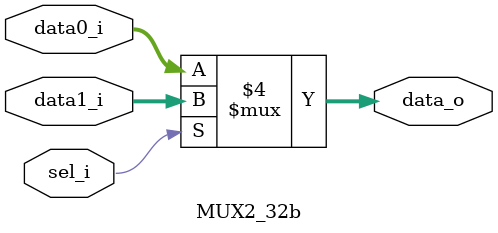
<source format=v>

module SingleCycle_MIPS( 
    clk,
    rst_n,
    IR_addr,
    IR,
    RF_writedata,
    ReadDataMem,
    CEN,
    WEN,
    A,
    ReadData2,
    OEN
);

//==== in/out declaration =================================
    //-------- processor ----------------------------------
    input         clk, rst_n;
    input  [31:0] IR;
    output [31:0] IR_addr, RF_writedata;
    //-------- data memory --------------------------------
    input  [31:0] ReadDataMem;  // read_data from memory
    output        CEN;  // chip_enable, 0 when you read/write data from/to memory
    output        WEN;  // write_enable, 0 when you write data into SRAM & 1 when you read data from SRAM
    output  [6:0] A;  // address
    output [31:0] ReadData2;  // write_data to memory
    output        OEN;  // output_enable, 0

//==== reg/wire declaration ===============================

	//the wire for PC
	wire [31:0] PC_i;
	wire [31:0] PC_nxt;
	wire [31:0] PC_o;
	wire [31:0] PC_add4;
	wire [31:0] jump_addr;
	//the wire for control
	wire		RegDst;
	wire		Jump;
	wire		Branch;
	wire		MemRead;
	wire		MemToReg;
	wire [ 1:0]	ALUOp;
	wire		MemWrite;
	wire		ALUSrc;
	wire		RegWrite;
	wire		jal;
	wire		jr;
	//the wire for register
	wire [ 4:0] pre_Reg_W;
	wire [ 4:0] Reg_R1;
	wire [ 4:0] Reg_R2;
	wire [ 4:0] Reg_W;	
	wire [31:0] WriteData;
	wire [31:0] ReadData1;
	// wire [31:0] ReadData2; already is an output
	wire [31:0] IR_extend;
	//the wire for ALU
	wire [ 2:0] ALUctrl;
	wire [31:0] ALUin1;
	wire [31:0] ALUin2;
	wire [31:0] ALUresult;
	wire        ALUzero;
	
	wire [31:0] BranchAddr;
	wire [31:0] MUX_Branch_o;
	wire [31:0] MUX_Jump_o;
	wire [31:0] MUX_MemToReg_o;
	
//==== module connection ==================================

	assign PC_i = PC_nxt ;

	PC PC (
	.PC_i(PC_i),
	.PC_o(IR_addr),
	.clk(clk),
	.rst_n(rst_n)
	);
	
	Control Control (
	.opcode_i(IR[31:26]),
	.func_i(IR[5:0]),
	.RegDst_o(RegDst),
	.Jump_o(Jump),
	.Branch_o(Branch),
	.MemRead_o(MemRead),
	.MemToReg_o(MemToReg),
	.ALUOp_o(ALUOp),
	.MemWrite_o(MemWrite),
	.ALUSrc_o(ALUSrc),
	.RegWrite_o(RegWrite),
	.jal_o(jal),
	.jr_o(jr)
	);
	
	MUX2_5b MUX_RegDST (
	.data0_i(IR[20:16]),
	.data1_i(IR[15:11]),
	.sel_i(RegDst),
	.data_o(pre_Reg_W)
	);
	
	MUX2_5b MUX_jal0 (
	.data0_i(pre_Reg_W),
	.data1_i(5'd31),
	.sel_i(jal),
	.data_o(Reg_W)
	);
	
	assign Reg_R1 = IR[25:21] ;
	assign Reg_R2 = IR[20:16] ;
	Register Register (
	.Reg_R1_i(Reg_R1),
	.Reg_R2_i(Reg_R2),
	.Reg_W_i(Reg_W),
	.RegWrite_i(RegWrite),
	.WriteData_i(WriteData),
	.ReadData1_o(ReadData1),
	.ReadData2_o(ReadData2),
	.clk(clk),
	.rst_n(rst_n)
	);
	
	assign RF_writedata = WriteData ;
	
	Sign_Extend Sign_Extend (
	.data_i(IR[15:0]),
	.data_o(IR_extend)
	);
	
	MUX2_32b MUX_Src (
	.data0_i(ReadData2),
	.data1_i(IR_extend),
	.sel_i(ALUSrc),
	.data_o(ALUin2)
	);
	
	ALU_Control ALU_Control (
	.func_i(IR[3:0]),
	.ALUOp_i(ALUOp),
	.ALUctrl_o(ALUctrl)
	);
	
	assign ALUin1 = ReadData1 ;
	
	ALU ALU (
	.ALUin1_i(ALUin1),
	.ALUin2_i(ALUin2),
	.ALUctrl_i(ALUctrl),
	.ALUresult_o(ALUresult),
	.ALUzero_o(ALUzero)
	);
	
	assign A = ALUresult[8:2] ;
	
	//adder for PC+4
	Adder Adder0 (
	.data0_i(IR_addr),
	.data1_i(32'b100),
	.data_o(PC_add4)
	);
	
	assign jump_addr = {PC_add4[31:28],IR[25:0],2'b00} ;
	
	Adder Adder1 (
	.data0_i(PC_add4),
	.data1_i({IR_extend[29:0],2'b00}),
	.data_o(BranchAddr)
	);	

	MUX2_32b MUX_Branch (
	.data0_i(PC_add4),
	.data1_i(BranchAddr),
	.sel_i((Branch & ALUzero)),
	.data_o(MUX_Branch_o)
	);	

	MUX2_32b MUX_Jump (
	.data0_i(MUX_Branch_o),
	.data1_i(jump_addr),
	.sel_i(Jump),
	.data_o(MUX_Jump_o)
	);		
	
	MUX2_32b MUX_jr (
	.data0_i(MUX_Jump_o),
	.data1_i(ReadData1),
	.sel_i(jr),
	.data_o(PC_nxt)
	);	
	 
	MUX2_32b MUX_MemToReg (
	.data0_i(ALUresult),
	.data1_i(ReadDataMem),
	.sel_i(MemToReg),
	.data_o(MUX_MemToReg_o)
	);	
	
	MUX2_32b MUX_jal1 (
	.data0_i(MUX_MemToReg_o),
	.data1_i(PC_add4),
	.sel_i(jal),
	.data_o(WriteData)
	);	
	
	assign CEN = ~(MemWrite | MemRead) ;
	assign WEN = ~MemWrite | MemRead ;
	assign OEN = 0 ;

//==== combinational part =================================


//==== sequential part ====================================


//=========================================================
endmodule

// Control
module Control (
	opcode_i,
	func_i,	
	RegDst_o,
	Jump_o,
	Branch_o,
	MemRead_o,
	MemToReg_o,
	ALUOp_o,
	MemWrite_o,
	ALUSrc_o,
	RegWrite_o,
	jal_o,
	jr_o
);

	input  [5:0] opcode_i;
	input  [5:0] func_i;
	output 	     RegDst_o;
	output 		 Jump_o;
	output		 Branch_o;
	output		 MemRead_o;
	output		 MemToReg_o;
	output [1:0] ALUOp_o;
	output		 MemWrite_o;
	output 		 ALUSrc_o;
	output 		 RegWrite_o;
	output		 jal_o;
	output		 jr_o;
	
	wire r,lw,sw,beq,jump,jal,jr;
	
	assign r    = ( opcode_i == 6'b000000 ) ? 1'b1 : 1'b0 ;
	assign lw   = ( opcode_i == 6'b100011 ) ? 1'b1 : 1'b0 ;
	assign sw   = ( opcode_i == 6'b101011 ) ? 1'b1 : 1'b0 ;
	assign beq  = ( opcode_i == 6'b000100 ) ? 1'b1 : 1'b0 ;
	assign jump = ( opcode_i == 6'b000010 ) ? 1'b1 : 1'b0 ;
	assign jal  = ( opcode_i == 6'b000011 ) ? 1'b1 : 1'b0 ;
	assign jr   = ( (opcode_i == 6'b000000) && (func_i == 6'b001000) ) ? 1'b1 : 1'b0 ;
	
	assign RegDst_o   = r ;
	assign Jump_o 	  = jump | jal ;
	assign Branch_o   = beq ;
    assign MemRead_o  = lw ;
	assign MemToReg_o = lw ;
	assign ALUOp_o	  = { r , beq } ;
	assign MemWrite_o = sw ;
	assign ALUSrc_o   = lw | sw ;
	assign RegWrite_o = r | lw | jal ;
	assign jal_o 	  = jal ;
	assign jr_o	      = jr ;	

endmodule

// Register
module Register (
	Reg_R1_i,
	Reg_R2_i,
	Reg_W_i,
	RegWrite_i,
	WriteData_i,
	ReadData1_o,
	ReadData2_o,
	clk,
	rst_n
);

	input		  clk; // this clk is for writing data into reg
	input 	      rst_n;
	input		  RegWrite_i;
	input  [ 4:0] Reg_R1_i;
	input  [ 4:0] Reg_R2_i;
	input  [ 4:0] Reg_W_i;
	input  [31:0] WriteData_i;
	output [31:0] ReadData1_o;
	output [31:0] ReadData2_o;
	
	reg [31:0] register [0:31] ; //32 32bits registers
	integer i ; // use for 'for' loop
	
	assign ReadData1_o = register[Reg_R1_i] ;
	assign ReadData2_o = register[Reg_R2_i] ;
	
	//Writing data 
	always @(posedge clk or negedge rst_n) begin
	
		if (~rst_n) begin
			for ( i = 0 ; i < 32 ; i = i + 1) begin
				register[i] <= 32'b0 ;
			end	
		end 
		
		else 
		if (RegWrite_i) begin // avoid latch
			for ( i = 0 ; i < 32 ; i = i + 1) begin
				if ( i ==  Reg_W_i)
					register[Reg_W_i] <= WriteData_i ;
				else
					register[i] <= register[i] ;
			end			
			
		end
			
		else begin
			for ( i = 0 ; i < 32 ; i = i + 1)
				register[i] <= register[i] ;
		end	
		
	end	

endmodule

//Program Counter
module PC (
	PC_i,
	PC_o,
	clk,
	rst_n
);

	input		  	  clk;
	input			  rst_n;	
	input  	   [31:0] PC_i;
	output reg [31:0] PC_o;
	
	always @ (posedge clk or negedge rst_n) begin
		if(~rst_n)
			PC_o <= 32'b0 ;
		else
			PC_o <= PC_i;	
	end
	
endmodule

// ALU
module ALU (
	ALUin1_i,
	ALUin2_i,
	ALUctrl_i,
	ALUresult_o,
	ALUzero_o
);

	input signed [31:0] ALUin1_i;
	input signed [31:0] ALUin2_i;
	input 		 [ 2:0] ALUctrl_i;
	
	output reg signed [31:0] ALUresult_o;
	output 		  			 ALUzero_o;
	
	assign ALUzero_o = (ALUin1_i == ALUin2_i) ? 1'b1 : 1'b0 ;
	
	always @(*) begin
		case(ALUctrl_i)
			3'b000 : ALUresult_o = ALUin1_i & ALUin2_i ; //AND
			3'b001 : ALUresult_o = ALUin1_i | ALUin2_i ; //OR
			3'b010 : ALUresult_o = ALUin1_i + ALUin2_i ; //add
			3'b110 : ALUresult_o = ALUin1_i - ALUin2_i ; //subtract
			3'b111 : ALUresult_o = (ALUin1_i < ALUin2_i) ? 32'b1 : 32'b0 ; //set on less than
			default : ALUresult_o = 32'b0;
		endcase
	end 

endmodule

//ALU Control for ALU
module ALU_Control (
	func_i,
	ALUOp_i,
	ALUctrl_o
);

	input  [3:0] func_i;
	input  [1:0] ALUOp_i;	
	output [2:0] ALUctrl_o;
	
	assign ALUctrl_o =
	( ALUOp_i == 2'b10 ) ? //op-code for r-type
		(	( func_i == 4'b0000) ? 3'b010 : //add
			( func_i == 4'b0010) ? 3'b110 : //sub
			( func_i == 4'b0100) ? 3'b000 : //and
			( func_i == 4'b0101) ? 3'b001 : //or
			( func_i == 4'b1010) ? 3'b111 : 3'b000 // slt and deault=0
		) :
	( ALUOp_i == 2'b01 ) ? 3'b110 : //op-code for branch
	( ALUOp_i == 2'b00 ) ? 3'b010 : 3'b000; //op-code for lw sw

endmodule

// Adder
module Adder (
	data0_i,
	data1_i,
	data_o
);

	input  [31:0] data0_i;
	input  [31:0] data1_i;
	output [31:0] data_o;
	
	assign data_o = data0_i + data1_i ;
	
endmodule

// extend 16-bits to 32-bits
module Sign_Extend (
	data_i,
	data_o
);

	input  [15:0] data_i;
	output [31:0] data_o;
	
	assign data_o = { {16{data_i[15]}} , data_i } ;
	
endmodule

// 2-to-1 MUX for  whose input is 5-bits
module MUX2_5b (
	data0_i,
	data1_i,
	sel_i,
	data_o
);

	input  [4:0] data0_i;
	input  [4:0] data1_i;
	input		 sel_i;	
	output [4:0] data_o;
	
	assign data_o = sel_i ? data1_i : data0_i;
	
endmodule

// 2-to-1 MUX for Branch, Jump, Control, MemToReg whose input is 32-bits
module MUX2_32b (
	data0_i,
	data1_i,
	sel_i,
	data_o
);

	input  [31:0] data0_i;
	input  [31:0] data1_i;
	input	      sel_i;	
	output [31:0] data_o;
	
	assign data_o = sel_i ? data1_i : data0_i;
	
endmodule

</source>
